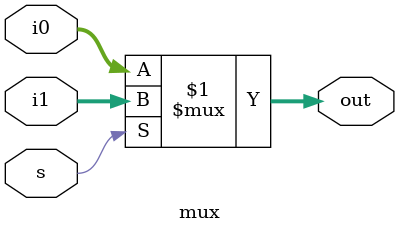
<source format=sv>
module mux #(
    parameter WIDTH = 32
)(
    input  logic    [WIDTH-1:0]     i1,     // input when s = 1
    input  logic    [WIDTH-1:0]     i0,     // input when s = 0
    input  logic                    s,      // select
    output logic    [WIDTH-1:0]     out     // O/P  
);

    assign out = s ? i1 : i0;

endmodule

</source>
